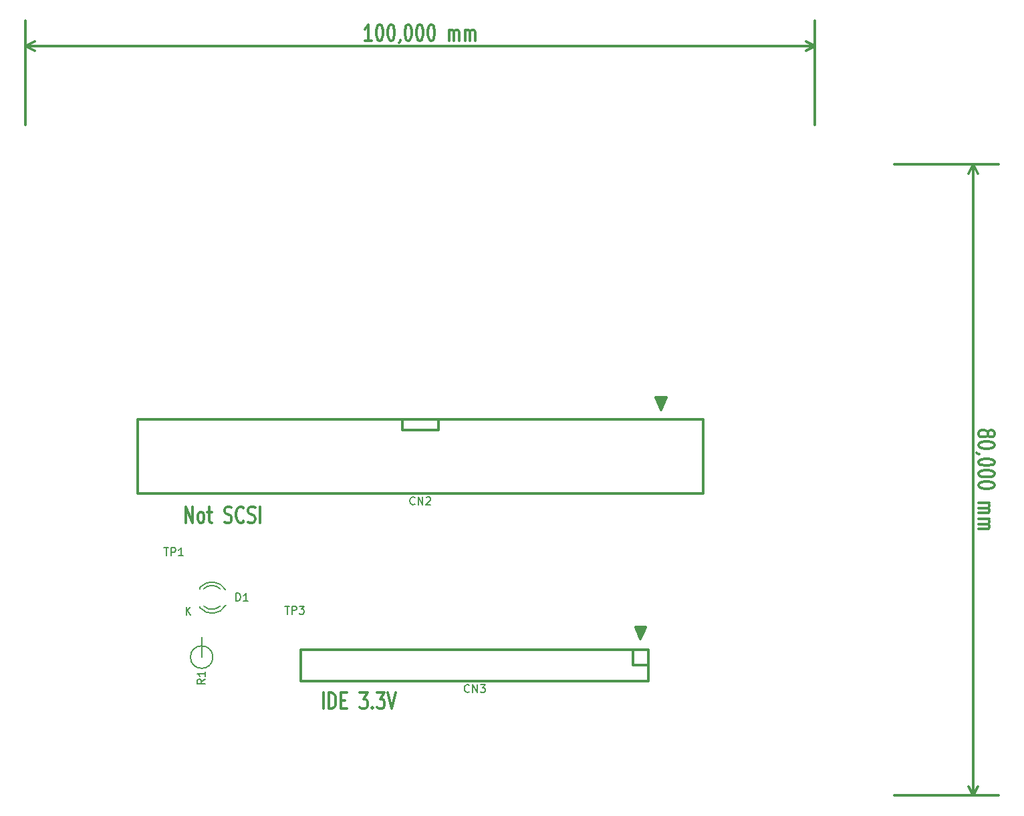
<source format=gto>
G04 #@! TF.FileFunction,Legend,Top*
%FSLAX46Y46*%
G04 Gerber Fmt 4.6, Leading zero omitted, Abs format (unit mm)*
G04 Created by KiCad (PCBNEW no-vcs-found-product) date Sat 16 Jan 2016 00:16:32 CET*
%MOMM*%
G01*
G04 APERTURE LIST*
%ADD10C,0.150000*%
%ADD11C,0.304800*%
%ADD12C,0.299720*%
%ADD13C,0.203200*%
G04 APERTURE END LIST*
D10*
D11*
X178480572Y-108767810D02*
X178480572Y-108671048D01*
X178408001Y-108961333D02*
X178408001Y-108671048D01*
X178335429Y-109154857D02*
X178335429Y-108671048D01*
X178262858Y-109348381D02*
X178262858Y-108671048D01*
X178190286Y-109445143D02*
X178190286Y-108671048D01*
X178117715Y-109638667D02*
X178117715Y-108671048D01*
X178045143Y-109832190D02*
X178045143Y-108671048D01*
X177972572Y-110025714D02*
X177972572Y-108671048D01*
X177900001Y-110219238D02*
X177900001Y-108671048D01*
X177827429Y-110025714D02*
X177827429Y-108671048D01*
X177754858Y-109832190D02*
X177754858Y-108671048D01*
X177682286Y-109638667D02*
X177682286Y-108671048D01*
X177609715Y-109445143D02*
X177609715Y-108671048D01*
X177537143Y-109348381D02*
X177537143Y-108671048D01*
X177464572Y-109154857D02*
X177464572Y-108671048D01*
X177392001Y-108961333D02*
X177392001Y-108671048D01*
X177319429Y-108671048D02*
X177900001Y-110122476D01*
X178480572Y-108671048D01*
X177319429Y-108767810D02*
X177319429Y-108671048D01*
X177900001Y-110219238D02*
X177246858Y-108671048D01*
X178553143Y-108671048D01*
X177900001Y-110219238D01*
X181080572Y-79667810D02*
X181080572Y-79571048D01*
X181008001Y-79861333D02*
X181008001Y-79571048D01*
X180935429Y-80054857D02*
X180935429Y-79571048D01*
X180862858Y-80248381D02*
X180862858Y-79571048D01*
X180790286Y-80345143D02*
X180790286Y-79571048D01*
X180717715Y-80538667D02*
X180717715Y-79571048D01*
X180645143Y-80732190D02*
X180645143Y-79571048D01*
X180572572Y-80925714D02*
X180572572Y-79571048D01*
X180500001Y-81119238D02*
X180500001Y-79571048D01*
X180427429Y-80925714D02*
X180427429Y-79571048D01*
X180354858Y-80732190D02*
X180354858Y-79571048D01*
X180282286Y-80538667D02*
X180282286Y-79571048D01*
X180209715Y-80345143D02*
X180209715Y-79571048D01*
X180137143Y-80248381D02*
X180137143Y-79571048D01*
X180064572Y-80054857D02*
X180064572Y-79571048D01*
X179992001Y-79861333D02*
X179992001Y-79571048D01*
X179919429Y-79571048D02*
X180500001Y-81022476D01*
X181080572Y-79571048D01*
X179919429Y-79667810D02*
X179919429Y-79571048D01*
X180500001Y-81119238D02*
X179846858Y-79571048D01*
X181153143Y-79571048D01*
X180500001Y-81119238D01*
X120282857Y-95419238D02*
X120282857Y-93387238D01*
X121153714Y-95419238D01*
X121153714Y-93387238D01*
X122097142Y-95419238D02*
X121952000Y-95322476D01*
X121879428Y-95225714D01*
X121806857Y-95032190D01*
X121806857Y-94451619D01*
X121879428Y-94258095D01*
X121952000Y-94161333D01*
X122097142Y-94064571D01*
X122314857Y-94064571D01*
X122460000Y-94161333D01*
X122532571Y-94258095D01*
X122605142Y-94451619D01*
X122605142Y-95032190D01*
X122532571Y-95225714D01*
X122460000Y-95322476D01*
X122314857Y-95419238D01*
X122097142Y-95419238D01*
X123040571Y-94064571D02*
X123621142Y-94064571D01*
X123258285Y-93387238D02*
X123258285Y-95128952D01*
X123330857Y-95322476D01*
X123475999Y-95419238D01*
X123621142Y-95419238D01*
X125217714Y-95322476D02*
X125435428Y-95419238D01*
X125798285Y-95419238D01*
X125943428Y-95322476D01*
X126015999Y-95225714D01*
X126088571Y-95032190D01*
X126088571Y-94838667D01*
X126015999Y-94645143D01*
X125943428Y-94548381D01*
X125798285Y-94451619D01*
X125507999Y-94354857D01*
X125362857Y-94258095D01*
X125290285Y-94161333D01*
X125217714Y-93967810D01*
X125217714Y-93774286D01*
X125290285Y-93580762D01*
X125362857Y-93484000D01*
X125507999Y-93387238D01*
X125870857Y-93387238D01*
X126088571Y-93484000D01*
X127612571Y-95225714D02*
X127540000Y-95322476D01*
X127322286Y-95419238D01*
X127177143Y-95419238D01*
X126959428Y-95322476D01*
X126814286Y-95128952D01*
X126741714Y-94935429D01*
X126669143Y-94548381D01*
X126669143Y-94258095D01*
X126741714Y-93871048D01*
X126814286Y-93677524D01*
X126959428Y-93484000D01*
X127177143Y-93387238D01*
X127322286Y-93387238D01*
X127540000Y-93484000D01*
X127612571Y-93580762D01*
X128193143Y-95322476D02*
X128410857Y-95419238D01*
X128773714Y-95419238D01*
X128918857Y-95322476D01*
X128991428Y-95225714D01*
X129064000Y-95032190D01*
X129064000Y-94838667D01*
X128991428Y-94645143D01*
X128918857Y-94548381D01*
X128773714Y-94451619D01*
X128483428Y-94354857D01*
X128338286Y-94258095D01*
X128265714Y-94161333D01*
X128193143Y-93967810D01*
X128193143Y-93774286D01*
X128265714Y-93580762D01*
X128338286Y-93484000D01*
X128483428Y-93387238D01*
X128846286Y-93387238D01*
X129064000Y-93484000D01*
X129717143Y-95419238D02*
X129717143Y-93387238D01*
X137700571Y-119019238D02*
X137700571Y-116987238D01*
X138426285Y-119019238D02*
X138426285Y-116987238D01*
X138789142Y-116987238D01*
X139006857Y-117084000D01*
X139151999Y-117277524D01*
X139224571Y-117471048D01*
X139297142Y-117858095D01*
X139297142Y-118148381D01*
X139224571Y-118535429D01*
X139151999Y-118728952D01*
X139006857Y-118922476D01*
X138789142Y-119019238D01*
X138426285Y-119019238D01*
X139950285Y-117954857D02*
X140458285Y-117954857D01*
X140675999Y-119019238D02*
X139950285Y-119019238D01*
X139950285Y-116987238D01*
X140675999Y-116987238D01*
X142345142Y-116987238D02*
X143288571Y-116987238D01*
X142780571Y-117761333D01*
X142998285Y-117761333D01*
X143143428Y-117858095D01*
X143215999Y-117954857D01*
X143288571Y-118148381D01*
X143288571Y-118632190D01*
X143215999Y-118825714D01*
X143143428Y-118922476D01*
X142998285Y-119019238D01*
X142562857Y-119019238D01*
X142417714Y-118922476D01*
X142345142Y-118825714D01*
X143941714Y-118825714D02*
X144014286Y-118922476D01*
X143941714Y-119019238D01*
X143869143Y-118922476D01*
X143941714Y-118825714D01*
X143941714Y-119019238D01*
X144522285Y-116987238D02*
X145465714Y-116987238D01*
X144957714Y-117761333D01*
X145175428Y-117761333D01*
X145320571Y-117858095D01*
X145393142Y-117954857D01*
X145465714Y-118148381D01*
X145465714Y-118632190D01*
X145393142Y-118825714D01*
X145320571Y-118922476D01*
X145175428Y-119019238D01*
X144740000Y-119019238D01*
X144594857Y-118922476D01*
X144522285Y-118825714D01*
X145901143Y-116987238D02*
X146409143Y-119019238D01*
X146917143Y-116987238D01*
X221867505Y-83976570D02*
X221964267Y-83831428D01*
X222061029Y-83758856D01*
X222254552Y-83686285D01*
X222351314Y-83686285D01*
X222544838Y-83758856D01*
X222641600Y-83831428D01*
X222738362Y-83976570D01*
X222738362Y-84266856D01*
X222641600Y-84411999D01*
X222544838Y-84484570D01*
X222351314Y-84557142D01*
X222254552Y-84557142D01*
X222061029Y-84484570D01*
X221964267Y-84411999D01*
X221867505Y-84266856D01*
X221867505Y-83976570D01*
X221770743Y-83831428D01*
X221673981Y-83758856D01*
X221480457Y-83686285D01*
X221093410Y-83686285D01*
X220899886Y-83758856D01*
X220803124Y-83831428D01*
X220706362Y-83976570D01*
X220706362Y-84266856D01*
X220803124Y-84411999D01*
X220899886Y-84484570D01*
X221093410Y-84557142D01*
X221480457Y-84557142D01*
X221673981Y-84484570D01*
X221770743Y-84411999D01*
X221867505Y-84266856D01*
X222738362Y-85500571D02*
X222738362Y-85645714D01*
X222641600Y-85790857D01*
X222544838Y-85863428D01*
X222351314Y-85935999D01*
X221964267Y-86008571D01*
X221480457Y-86008571D01*
X221093410Y-85935999D01*
X220899886Y-85863428D01*
X220803124Y-85790857D01*
X220706362Y-85645714D01*
X220706362Y-85500571D01*
X220803124Y-85355428D01*
X220899886Y-85282857D01*
X221093410Y-85210285D01*
X221480457Y-85137714D01*
X221964267Y-85137714D01*
X222351314Y-85210285D01*
X222544838Y-85282857D01*
X222641600Y-85355428D01*
X222738362Y-85500571D01*
X220803124Y-86734286D02*
X220706362Y-86734286D01*
X220512838Y-86661714D01*
X220416076Y-86589143D01*
X222738362Y-87677714D02*
X222738362Y-87822857D01*
X222641600Y-87968000D01*
X222544838Y-88040571D01*
X222351314Y-88113142D01*
X221964267Y-88185714D01*
X221480457Y-88185714D01*
X221093410Y-88113142D01*
X220899886Y-88040571D01*
X220803124Y-87968000D01*
X220706362Y-87822857D01*
X220706362Y-87677714D01*
X220803124Y-87532571D01*
X220899886Y-87460000D01*
X221093410Y-87387428D01*
X221480457Y-87314857D01*
X221964267Y-87314857D01*
X222351314Y-87387428D01*
X222544838Y-87460000D01*
X222641600Y-87532571D01*
X222738362Y-87677714D01*
X222738362Y-89129143D02*
X222738362Y-89274286D01*
X222641600Y-89419429D01*
X222544838Y-89492000D01*
X222351314Y-89564571D01*
X221964267Y-89637143D01*
X221480457Y-89637143D01*
X221093410Y-89564571D01*
X220899886Y-89492000D01*
X220803124Y-89419429D01*
X220706362Y-89274286D01*
X220706362Y-89129143D01*
X220803124Y-88984000D01*
X220899886Y-88911429D01*
X221093410Y-88838857D01*
X221480457Y-88766286D01*
X221964267Y-88766286D01*
X222351314Y-88838857D01*
X222544838Y-88911429D01*
X222641600Y-88984000D01*
X222738362Y-89129143D01*
X222738362Y-90580572D02*
X222738362Y-90725715D01*
X222641600Y-90870858D01*
X222544838Y-90943429D01*
X222351314Y-91016000D01*
X221964267Y-91088572D01*
X221480457Y-91088572D01*
X221093410Y-91016000D01*
X220899886Y-90943429D01*
X220803124Y-90870858D01*
X220706362Y-90725715D01*
X220706362Y-90580572D01*
X220803124Y-90435429D01*
X220899886Y-90362858D01*
X221093410Y-90290286D01*
X221480457Y-90217715D01*
X221964267Y-90217715D01*
X222351314Y-90290286D01*
X222544838Y-90362858D01*
X222641600Y-90435429D01*
X222738362Y-90580572D01*
X220706362Y-92902858D02*
X222061029Y-92902858D01*
X221867505Y-92902858D02*
X221964267Y-92975430D01*
X222061029Y-93120572D01*
X222061029Y-93338287D01*
X221964267Y-93483430D01*
X221770743Y-93556001D01*
X220706362Y-93556001D01*
X221770743Y-93556001D02*
X221964267Y-93628572D01*
X222061029Y-93773715D01*
X222061029Y-93991430D01*
X221964267Y-94136572D01*
X221770743Y-94209144D01*
X220706362Y-94209144D01*
X220706362Y-94934858D02*
X222061029Y-94934858D01*
X221867505Y-94934858D02*
X221964267Y-95007430D01*
X222061029Y-95152572D01*
X222061029Y-95370287D01*
X221964267Y-95515430D01*
X221770743Y-95588001D01*
X220706362Y-95588001D01*
X221770743Y-95588001D02*
X221964267Y-95660572D01*
X222061029Y-95805715D01*
X222061029Y-96023430D01*
X221964267Y-96168572D01*
X221770743Y-96241144D01*
X220706362Y-96241144D01*
X220000000Y-50000000D02*
X220000000Y-130000000D01*
X210000000Y-50000000D02*
X223251200Y-50000000D01*
X210000000Y-130000000D02*
X223251200Y-130000000D01*
X220000000Y-130000000D02*
X219413579Y-128873496D01*
X220000000Y-130000000D02*
X220586421Y-128873496D01*
X220000000Y-50000000D02*
X219413579Y-51126504D01*
X220000000Y-50000000D02*
X220586421Y-51126504D01*
X143831428Y-34293638D02*
X142960571Y-34293638D01*
X143395999Y-34293638D02*
X143395999Y-32261638D01*
X143250856Y-32551924D01*
X143105714Y-32745448D01*
X142960571Y-32842210D01*
X144774857Y-32261638D02*
X144920000Y-32261638D01*
X145065143Y-32358400D01*
X145137714Y-32455162D01*
X145210285Y-32648686D01*
X145282857Y-33035733D01*
X145282857Y-33519543D01*
X145210285Y-33906590D01*
X145137714Y-34100114D01*
X145065143Y-34196876D01*
X144920000Y-34293638D01*
X144774857Y-34293638D01*
X144629714Y-34196876D01*
X144557143Y-34100114D01*
X144484571Y-33906590D01*
X144412000Y-33519543D01*
X144412000Y-33035733D01*
X144484571Y-32648686D01*
X144557143Y-32455162D01*
X144629714Y-32358400D01*
X144774857Y-32261638D01*
X146226286Y-32261638D02*
X146371429Y-32261638D01*
X146516572Y-32358400D01*
X146589143Y-32455162D01*
X146661714Y-32648686D01*
X146734286Y-33035733D01*
X146734286Y-33519543D01*
X146661714Y-33906590D01*
X146589143Y-34100114D01*
X146516572Y-34196876D01*
X146371429Y-34293638D01*
X146226286Y-34293638D01*
X146081143Y-34196876D01*
X146008572Y-34100114D01*
X145936000Y-33906590D01*
X145863429Y-33519543D01*
X145863429Y-33035733D01*
X145936000Y-32648686D01*
X146008572Y-32455162D01*
X146081143Y-32358400D01*
X146226286Y-32261638D01*
X147460001Y-34196876D02*
X147460001Y-34293638D01*
X147387429Y-34487162D01*
X147314858Y-34583924D01*
X148403429Y-32261638D02*
X148548572Y-32261638D01*
X148693715Y-32358400D01*
X148766286Y-32455162D01*
X148838857Y-32648686D01*
X148911429Y-33035733D01*
X148911429Y-33519543D01*
X148838857Y-33906590D01*
X148766286Y-34100114D01*
X148693715Y-34196876D01*
X148548572Y-34293638D01*
X148403429Y-34293638D01*
X148258286Y-34196876D01*
X148185715Y-34100114D01*
X148113143Y-33906590D01*
X148040572Y-33519543D01*
X148040572Y-33035733D01*
X148113143Y-32648686D01*
X148185715Y-32455162D01*
X148258286Y-32358400D01*
X148403429Y-32261638D01*
X149854858Y-32261638D02*
X150000001Y-32261638D01*
X150145144Y-32358400D01*
X150217715Y-32455162D01*
X150290286Y-32648686D01*
X150362858Y-33035733D01*
X150362858Y-33519543D01*
X150290286Y-33906590D01*
X150217715Y-34100114D01*
X150145144Y-34196876D01*
X150000001Y-34293638D01*
X149854858Y-34293638D01*
X149709715Y-34196876D01*
X149637144Y-34100114D01*
X149564572Y-33906590D01*
X149492001Y-33519543D01*
X149492001Y-33035733D01*
X149564572Y-32648686D01*
X149637144Y-32455162D01*
X149709715Y-32358400D01*
X149854858Y-32261638D01*
X151306287Y-32261638D02*
X151451430Y-32261638D01*
X151596573Y-32358400D01*
X151669144Y-32455162D01*
X151741715Y-32648686D01*
X151814287Y-33035733D01*
X151814287Y-33519543D01*
X151741715Y-33906590D01*
X151669144Y-34100114D01*
X151596573Y-34196876D01*
X151451430Y-34293638D01*
X151306287Y-34293638D01*
X151161144Y-34196876D01*
X151088573Y-34100114D01*
X151016001Y-33906590D01*
X150943430Y-33519543D01*
X150943430Y-33035733D01*
X151016001Y-32648686D01*
X151088573Y-32455162D01*
X151161144Y-32358400D01*
X151306287Y-32261638D01*
X153628573Y-34293638D02*
X153628573Y-32938971D01*
X153628573Y-33132495D02*
X153701145Y-33035733D01*
X153846287Y-32938971D01*
X154064002Y-32938971D01*
X154209145Y-33035733D01*
X154281716Y-33229257D01*
X154281716Y-34293638D01*
X154281716Y-33229257D02*
X154354287Y-33035733D01*
X154499430Y-32938971D01*
X154717145Y-32938971D01*
X154862287Y-33035733D01*
X154934859Y-33229257D01*
X154934859Y-34293638D01*
X155660573Y-34293638D02*
X155660573Y-32938971D01*
X155660573Y-33132495D02*
X155733145Y-33035733D01*
X155878287Y-32938971D01*
X156096002Y-32938971D01*
X156241145Y-33035733D01*
X156313716Y-33229257D01*
X156313716Y-34293638D01*
X156313716Y-33229257D02*
X156386287Y-33035733D01*
X156531430Y-32938971D01*
X156749145Y-32938971D01*
X156894287Y-33035733D01*
X156966859Y-33229257D01*
X156966859Y-34293638D01*
X100000000Y-35000000D02*
X200000000Y-35000000D01*
X100000000Y-45000000D02*
X100000000Y-31748800D01*
X200000000Y-45000000D02*
X200000000Y-31748800D01*
X200000000Y-35000000D02*
X198873496Y-35586421D01*
X200000000Y-35000000D02*
X198873496Y-34413579D01*
X100000000Y-35000000D02*
X101126504Y-35586421D01*
X100000000Y-35000000D02*
X101126504Y-34413579D01*
X178900000Y-113500000D02*
X176900000Y-113500000D01*
X134900000Y-115500000D02*
X134900000Y-111500000D01*
X134900000Y-111500000D02*
X178900000Y-111500000D01*
X178900000Y-115500000D02*
X134900000Y-115500000D01*
X178900000Y-111500000D02*
X178900000Y-115500000D01*
X176900000Y-113500000D02*
X176900000Y-111500000D01*
X185800000Y-82300000D02*
X114200000Y-82300000D01*
X114200000Y-91700000D02*
X185800000Y-91700000D01*
X185800000Y-91700000D02*
X185800000Y-82300000D01*
X114200000Y-91700000D02*
X114200000Y-82300000D01*
D12*
X147700000Y-82300000D02*
X147700000Y-83700000D01*
X147700000Y-83700000D02*
X152300000Y-83700000D01*
X152300000Y-83700000D02*
X152300000Y-82300000D01*
D10*
X122101000Y-106214000D02*
X122101000Y-106014000D01*
X122101000Y-103620000D02*
X122101000Y-103800000D01*
X125328744Y-103930357D02*
G75*
G03X122101000Y-103614000I-1727744J-1003643D01*
G01*
X124653006Y-103800932D02*
G75*
G03X122550000Y-103800000I-1052006J-1133068D01*
G01*
X122113780Y-106240726D02*
G75*
G03X125351000Y-105894000I1497220J1306726D01*
G01*
X122587111Y-106013253D02*
G75*
G03X124635000Y-105994000I1013889J1079253D01*
G01*
X122300000Y-112470000D02*
X122300000Y-109930000D01*
X123719903Y-112470000D02*
G75*
G03X123719903Y-112470000I-1419903J0D01*
G01*
D13*
X156198476Y-116862857D02*
X156150095Y-116911238D01*
X156004952Y-116959619D01*
X155908190Y-116959619D01*
X155763048Y-116911238D01*
X155666286Y-116814476D01*
X155617905Y-116717714D01*
X155569524Y-116524190D01*
X155569524Y-116379048D01*
X155617905Y-116185524D01*
X155666286Y-116088762D01*
X155763048Y-115992000D01*
X155908190Y-115943619D01*
X156004952Y-115943619D01*
X156150095Y-115992000D01*
X156198476Y-116040381D01*
X156633905Y-116959619D02*
X156633905Y-115943619D01*
X157214476Y-116959619D01*
X157214476Y-115943619D01*
X157601524Y-115943619D02*
X158230476Y-115943619D01*
X157891810Y-116330667D01*
X158036952Y-116330667D01*
X158133714Y-116379048D01*
X158182095Y-116427429D01*
X158230476Y-116524190D01*
X158230476Y-116766095D01*
X158182095Y-116862857D01*
X158133714Y-116911238D01*
X158036952Y-116959619D01*
X157746667Y-116959619D01*
X157649905Y-116911238D01*
X157601524Y-116862857D01*
X149309524Y-93057143D02*
X149261905Y-93104762D01*
X149119048Y-93152381D01*
X149023810Y-93152381D01*
X148880952Y-93104762D01*
X148785714Y-93009524D01*
X148738095Y-92914286D01*
X148690476Y-92723810D01*
X148690476Y-92580952D01*
X148738095Y-92390476D01*
X148785714Y-92295238D01*
X148880952Y-92200000D01*
X149023810Y-92152381D01*
X149119048Y-92152381D01*
X149261905Y-92200000D01*
X149309524Y-92247619D01*
X149738095Y-93152381D02*
X149738095Y-92152381D01*
X150309524Y-93152381D01*
X150309524Y-92152381D01*
X150738095Y-92247619D02*
X150785714Y-92200000D01*
X150880952Y-92152381D01*
X151119048Y-92152381D01*
X151214286Y-92200000D01*
X151261905Y-92247619D01*
X151309524Y-92342857D01*
X151309524Y-92438095D01*
X151261905Y-92580952D01*
X150690476Y-93152381D01*
X151309524Y-93152381D01*
D10*
X132838095Y-106012381D02*
X133409524Y-106012381D01*
X133123809Y-107012381D02*
X133123809Y-106012381D01*
X133742857Y-107012381D02*
X133742857Y-106012381D01*
X134123810Y-106012381D01*
X134219048Y-106060000D01*
X134266667Y-106107619D01*
X134314286Y-106202857D01*
X134314286Y-106345714D01*
X134266667Y-106440952D01*
X134219048Y-106488571D01*
X134123810Y-106536190D01*
X133742857Y-106536190D01*
X134647619Y-106012381D02*
X135266667Y-106012381D01*
X134933333Y-106393333D01*
X135076191Y-106393333D01*
X135171429Y-106440952D01*
X135219048Y-106488571D01*
X135266667Y-106583810D01*
X135266667Y-106821905D01*
X135219048Y-106917143D01*
X135171429Y-106964762D01*
X135076191Y-107012381D01*
X134790476Y-107012381D01*
X134695238Y-106964762D01*
X134647619Y-106917143D01*
X126661905Y-105352381D02*
X126661905Y-104352381D01*
X126900000Y-104352381D01*
X127042858Y-104400000D01*
X127138096Y-104495238D01*
X127185715Y-104590476D01*
X127233334Y-104780952D01*
X127233334Y-104923810D01*
X127185715Y-105114286D01*
X127138096Y-105209524D01*
X127042858Y-105304762D01*
X126900000Y-105352381D01*
X126661905Y-105352381D01*
X128185715Y-105352381D02*
X127614286Y-105352381D01*
X127900000Y-105352381D02*
X127900000Y-104352381D01*
X127804762Y-104495238D01*
X127709524Y-104590476D01*
X127614286Y-104638095D01*
X120348095Y-107092381D02*
X120348095Y-106092381D01*
X120919524Y-107092381D02*
X120490952Y-106520952D01*
X120919524Y-106092381D02*
X120348095Y-106663810D01*
X122752381Y-115266666D02*
X122276190Y-115600000D01*
X122752381Y-115838095D02*
X121752381Y-115838095D01*
X121752381Y-115457142D01*
X121800000Y-115361904D01*
X121847619Y-115314285D01*
X121942857Y-115266666D01*
X122085714Y-115266666D01*
X122180952Y-115314285D01*
X122228571Y-115361904D01*
X122276190Y-115457142D01*
X122276190Y-115838095D01*
X122752381Y-114314285D02*
X122752381Y-114885714D01*
X122752381Y-114600000D02*
X121752381Y-114600000D01*
X121895238Y-114695238D01*
X121990476Y-114790476D01*
X122038095Y-114885714D01*
X117538095Y-98612381D02*
X118109524Y-98612381D01*
X117823809Y-99612381D02*
X117823809Y-98612381D01*
X118442857Y-99612381D02*
X118442857Y-98612381D01*
X118823810Y-98612381D01*
X118919048Y-98660000D01*
X118966667Y-98707619D01*
X119014286Y-98802857D01*
X119014286Y-98945714D01*
X118966667Y-99040952D01*
X118919048Y-99088571D01*
X118823810Y-99136190D01*
X118442857Y-99136190D01*
X119966667Y-99612381D02*
X119395238Y-99612381D01*
X119680952Y-99612381D02*
X119680952Y-98612381D01*
X119585714Y-98755238D01*
X119490476Y-98850476D01*
X119395238Y-98898095D01*
M02*

</source>
